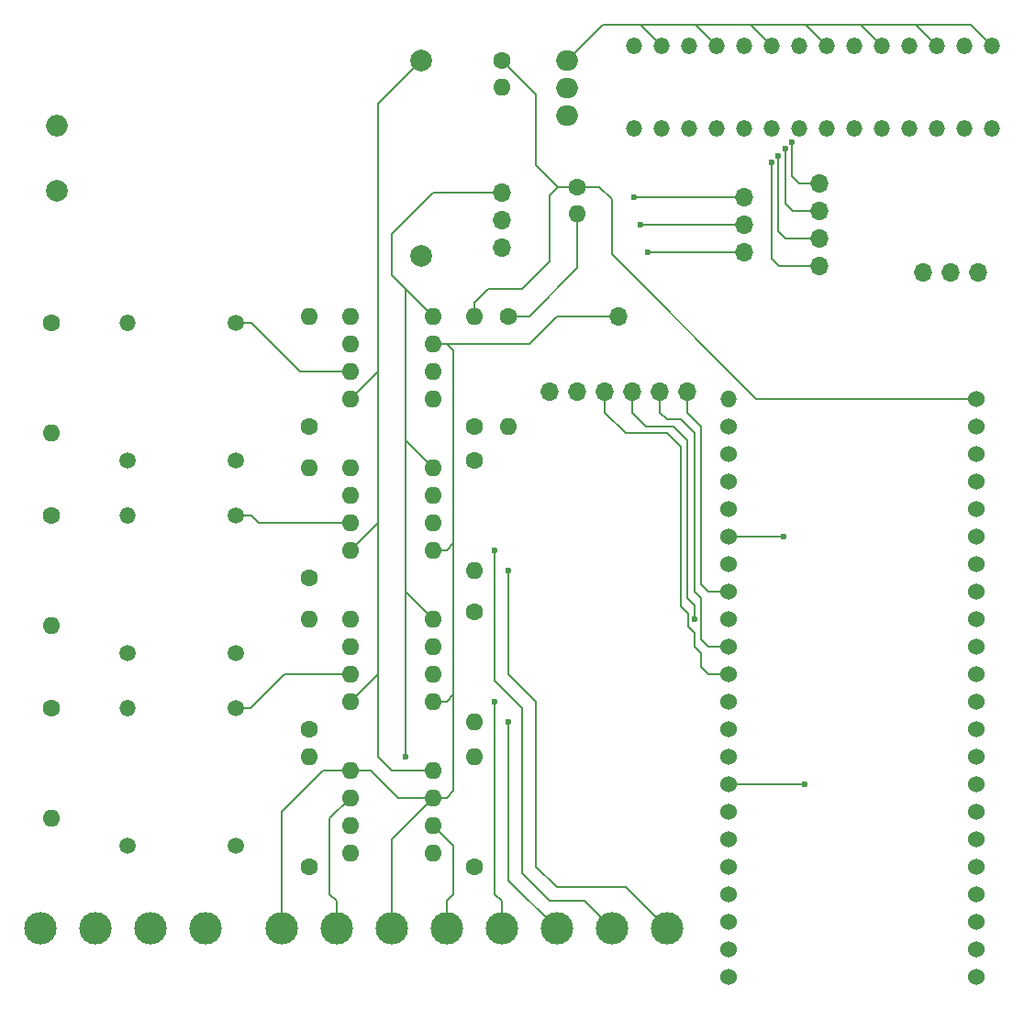
<source format=gbr>
%TF.GenerationSoftware,KiCad,Pcbnew,7.0.10*%
%TF.CreationDate,2024-06-01T01:33:41-03:00*%
%TF.ProjectId,board,626f6172-642e-46b6-9963-61645f706362,1.1*%
%TF.SameCoordinates,Original*%
%TF.FileFunction,Copper,L2,Bot*%
%TF.FilePolarity,Positive*%
%FSLAX46Y46*%
G04 Gerber Fmt 4.6, Leading zero omitted, Abs format (unit mm)*
G04 Created by KiCad (PCBNEW 7.0.10) date 2024-06-01 01:33:41*
%MOMM*%
%LPD*%
G01*
G04 APERTURE LIST*
%TA.AperFunction,ComponentPad*%
%ADD10O,1.600000X1.600000*%
%TD*%
%TA.AperFunction,ComponentPad*%
%ADD11O,1.500000X1.500000*%
%TD*%
%TA.AperFunction,ComponentPad*%
%ADD12C,1.600000*%
%TD*%
%TA.AperFunction,ComponentPad*%
%ADD13O,2.000000X2.000000*%
%TD*%
%TA.AperFunction,ComponentPad*%
%ADD14C,2.000000*%
%TD*%
%TA.AperFunction,ComponentPad*%
%ADD15O,1.530000X1.530000*%
%TD*%
%TA.AperFunction,ComponentPad*%
%ADD16C,1.530000*%
%TD*%
%TA.AperFunction,ComponentPad*%
%ADD17O,1.508000X1.508000*%
%TD*%
%TA.AperFunction,ComponentPad*%
%ADD18C,1.508000*%
%TD*%
%TA.AperFunction,ComponentPad*%
%ADD19O,3.000000X3.000000*%
%TD*%
%TA.AperFunction,ComponentPad*%
%ADD20C,3.000000*%
%TD*%
%TA.AperFunction,ComponentPad*%
%ADD21O,1.700000X1.700000*%
%TD*%
%TA.AperFunction,ComponentPad*%
%ADD22O,2.000000X1.905000*%
%TD*%
%TA.AperFunction,ViaPad*%
%ADD23C,0.600000*%
%TD*%
%TA.AperFunction,Conductor*%
%ADD24C,0.200000*%
%TD*%
G04 APERTURE END LIST*
D10*
%TO.P,AMP3,1*%
%TO.N,Wave C*%
X131953000Y-96748600D03*
%TO.P,AMP3,2,-*%
%TO.N,TP C-1*%
X131953000Y-99288600D03*
%TO.P,AMP3,3,+*%
%TO.N,TC A-1*%
X131953000Y-101828600D03*
%TO.P,AMP3,4,V-*%
%TO.N,GND*%
X131953000Y-104368600D03*
%TO.P,AMP3,5,+*%
%TO.N,TC A-1*%
X139573000Y-104368600D03*
%TO.P,AMP3,6,-*%
%TO.N,TC B-2*%
X139573000Y-101828600D03*
%TO.P,AMP3,7*%
%TO.N,Current B*%
X139573000Y-99288600D03*
%TO.P,AMP3,8,V+*%
%TO.N,Vin*%
X139573000Y-96748600D03*
%TD*%
D11*
%TO.P,DZ14,1,K*%
%TO.N,Current N*%
X191135000Y-51435000D03*
%TO.P,DZ14,2,A*%
%TO.N,GND*%
X191135000Y-43815000D03*
%TD*%
D12*
%TO.P,R9,1*%
%TO.N,Current A*%
X143373000Y-82133600D03*
D10*
%TO.P,R9,2*%
%TO.N,TC A-2*%
X143373000Y-92293600D03*
%TD*%
D11*
%TO.P,DZ2,1,K*%
%TO.N,Wave A*%
X160655000Y-51435000D03*
%TO.P,DZ2,2,A*%
%TO.N,GND*%
X160655000Y-43815000D03*
%TD*%
D12*
%TO.P,R7,1*%
%TO.N,TP B-1*%
X128133000Y-92928600D03*
D10*
%TO.P,R7,2*%
%TO.N,Wave B*%
X128133000Y-82768600D03*
%TD*%
D13*
%TO.P,PS1,1,AC/L*%
%TO.N,Line A*%
X104883000Y-51193600D03*
D14*
%TO.P,PS1,2,AC/N*%
%TO.N,Neutral*%
X104883000Y-57193600D03*
%TO.P,PS1,3,-Vout*%
%TO.N,GND*%
X138483000Y-45193600D03*
%TO.P,PS1,4,+Vout*%
%TO.N,Net-(PS1-+Vout)*%
X138483000Y-63193600D03*
%TD*%
D15*
%TO.P,MCU1,J1_1,3V3*%
%TO.N,Vcc*%
X166868000Y-76418600D03*
D16*
%TO.P,MCU1,J1_2,3V3__1*%
%TO.N,unconnected-(MCU1-3V3__1-PadJ1_2)*%
X166868000Y-78958600D03*
%TO.P,MCU1,J1_3,RST*%
%TO.N,unconnected-(MCU1-RST-PadJ1_3)*%
X166868000Y-81498600D03*
%TO.P,MCU1,J1_4,GPIO4*%
%TO.N,Wave A*%
X166868000Y-84038600D03*
%TO.P,MCU1,J1_5,GPIO5*%
%TO.N,Wave B*%
X166868000Y-86578600D03*
%TO.P,MCU1,J1_6,GPIO6*%
%TO.N,Current A*%
X166868000Y-89118600D03*
%TO.P,MCU1,J1_7,GPIO7*%
%TO.N,Wave C*%
X166868000Y-91658600D03*
%TO.P,MCU1,J1_8,GPIO15*%
%TO.N,CS*%
X166868000Y-94198600D03*
%TO.P,MCU1,J1_9,GPIO16*%
%TO.N,MOSI*%
X166868000Y-96738600D03*
%TO.P,MCU1,J1_10,GPIO17*%
%TO.N,SCK*%
X166868000Y-99278600D03*
%TO.P,MCU1,J1_11,GPIO18*%
%TO.N,MISO*%
X166868000Y-101818600D03*
%TO.P,MCU1,J1_12,GPIO8*%
%TO.N,Current B*%
X166868000Y-104358600D03*
%TO.P,MCU1,J1_13,GPIO3*%
%TO.N,unconnected-(MCU1-GPIO3-PadJ1_13)*%
X166868000Y-106898600D03*
%TO.P,MCU1,J1_14,GPIO46*%
%TO.N,unconnected-(MCU1-GPIO46-PadJ1_14)*%
X166868000Y-109438600D03*
%TO.P,MCU1,J1_15,GPIO9*%
%TO.N,Current N*%
X166868000Y-111978600D03*
%TO.P,MCU1,J1_16,GPIO10*%
%TO.N,Current C*%
X166868000Y-114518600D03*
%TO.P,MCU1,J1_17,GPIO11*%
%TO.N,unconnected-(MCU1-GPIO11-PadJ1_17)*%
X166868000Y-117058600D03*
%TO.P,MCU1,J1_18,GPIO12*%
%TO.N,unconnected-(MCU1-GPIO12-PadJ1_18)*%
X166868000Y-119598600D03*
%TO.P,MCU1,J1_19,GPIO13*%
%TO.N,unconnected-(MCU1-GPIO13-PadJ1_19)*%
X166868000Y-122138600D03*
%TO.P,MCU1,J1_20,GPIO14*%
%TO.N,unconnected-(MCU1-GPIO14-PadJ1_20)*%
X166868000Y-124678600D03*
%TO.P,MCU1,J1_21,5V0*%
%TO.N,unconnected-(MCU1-5V0-PadJ1_21)*%
X166868000Y-127218600D03*
%TO.P,MCU1,J1_22,GND*%
%TO.N,unconnected-(MCU1-GND-PadJ1_22)*%
X166868000Y-129758600D03*
%TO.P,MCU1,J3_1,GND__1*%
%TO.N,GND*%
X189728000Y-76418600D03*
%TO.P,MCU1,J3_2,U0TXD/GPIO43*%
%TO.N,UART TX*%
X189728000Y-78958600D03*
%TO.P,MCU1,J3_3,U0RXD/GPIO44*%
%TO.N,UART RX*%
X189728000Y-81498600D03*
%TO.P,MCU1,J3_4,GPIO1*%
%TO.N,unconnected-(MCU1-GPIO1-PadJ3_4)*%
X189728000Y-84038600D03*
%TO.P,MCU1,J3_5,GPIO2*%
%TO.N,unconnected-(MCU1-GPIO2-PadJ3_5)*%
X189728000Y-86578600D03*
%TO.P,MCU1,J3_6,MTMS/GPIO42*%
%TO.N,unconnected-(MCU1-MTMS{slash}GPIO42-PadJ3_6)*%
X189728000Y-89118600D03*
%TO.P,MCU1,J3_7,MTDI/GPIO41*%
%TO.N,unconnected-(MCU1-MTDI{slash}GPIO41-PadJ3_7)*%
X189728000Y-91658600D03*
%TO.P,MCU1,J3_8,MTDO/GPIO40*%
%TO.N,unconnected-(MCU1-MTDO{slash}GPIO40-PadJ3_8)*%
X189728000Y-94198600D03*
%TO.P,MCU1,J3_9,MTCK/GPIO39*%
%TO.N,unconnected-(MCU1-MTCK{slash}GPIO39-PadJ3_9)*%
X189728000Y-96738600D03*
%TO.P,MCU1,J3_10,GPIO38*%
%TO.N,unconnected-(MCU1-GPIO38-PadJ3_10)*%
X189728000Y-99278600D03*
%TO.P,MCU1,J3_11,GPIO37*%
%TO.N,unconnected-(MCU1-GPIO37-PadJ3_11)*%
X189728000Y-101818600D03*
%TO.P,MCU1,J3_12,GPIO36*%
%TO.N,unconnected-(MCU1-GPIO36-PadJ3_12)*%
X189728000Y-104358600D03*
%TO.P,MCU1,J3_13,GPIO35*%
%TO.N,unconnected-(MCU1-GPIO35-PadJ3_13)*%
X189728000Y-106898600D03*
%TO.P,MCU1,J3_14,GPIO0*%
%TO.N,unconnected-(MCU1-GPIO0-PadJ3_14)*%
X189728000Y-109438600D03*
%TO.P,MCU1,J3_15,GPIO45*%
%TO.N,unconnected-(MCU1-GPIO45-PadJ3_15)*%
X189728000Y-111978600D03*
%TO.P,MCU1,J3_16,GPIO48*%
%TO.N,unconnected-(MCU1-GPIO48-PadJ3_16)*%
X189728000Y-114518600D03*
%TO.P,MCU1,J3_17,GPIO47*%
%TO.N,unconnected-(MCU1-GPIO47-PadJ3_17)*%
X189728000Y-117058600D03*
%TO.P,MCU1,J3_18,GPIO21*%
%TO.N,unconnected-(MCU1-GPIO21-PadJ3_18)*%
X189728000Y-119598600D03*
%TO.P,MCU1,J3_19,USB_D+/GPIO20*%
%TO.N,unconnected-(MCU1-USB_D+{slash}GPIO20-PadJ3_19)*%
X189728000Y-122138600D03*
%TO.P,MCU1,J3_20,USB_D-/GPIO19*%
%TO.N,unconnected-(MCU1-USB_D-{slash}GPIO19-PadJ3_20)*%
X189728000Y-124678600D03*
%TO.P,MCU1,J3_21,GND__2*%
%TO.N,unconnected-(MCU1-GND__2-PadJ3_21)*%
X189728000Y-127218600D03*
%TO.P,MCU1,J3_22,GND__3*%
%TO.N,unconnected-(MCU1-GND__3-PadJ3_22)*%
X189728000Y-129758600D03*
%TD*%
D11*
%TO.P,DZ13,1,K*%
%TO.N,Vcc*%
X188595000Y-43815000D03*
%TO.P,DZ13,2,A*%
%TO.N,Current N*%
X188595000Y-51435000D03*
%TD*%
D10*
%TO.P,AMP4,1*%
%TO.N,Current C*%
X139553000Y-118318600D03*
%TO.P,AMP4,2,-*%
%TO.N,TC C-2*%
X139553000Y-115778600D03*
%TO.P,AMP4,3,+*%
%TO.N,TC A-1*%
X139553000Y-113238600D03*
%TO.P,AMP4,4,V-*%
%TO.N,GND*%
X139553000Y-110698600D03*
%TO.P,AMP4,5,+*%
%TO.N,TC A-1*%
X131933000Y-110698600D03*
%TO.P,AMP4,6,-*%
%TO.N,TC N-2*%
X131933000Y-113238600D03*
%TO.P,AMP4,7*%
%TO.N,Current N*%
X131933000Y-115778600D03*
%TO.P,AMP4,8,V+*%
%TO.N,Vin*%
X131933000Y-118318600D03*
%TD*%
D11*
%TO.P,DZ6,1,K*%
%TO.N,Wave C*%
X170815000Y-51440000D03*
%TO.P,DZ6,2,A*%
%TO.N,GND*%
X170815000Y-43820000D03*
%TD*%
%TO.P,DZ5,1,K*%
%TO.N,Vcc*%
X168275000Y-43810000D03*
%TO.P,DZ5,2,A*%
%TO.N,Wave C*%
X168275000Y-51430000D03*
%TD*%
D17*
%TO.P,TP1,1*%
%TO.N,Net-(R3-Pad1)*%
X111385500Y-69433600D03*
D18*
%TO.P,TP1,2*%
%TO.N,Neutral*%
X111385500Y-82133600D03*
%TO.P,TP1,3*%
%TO.N,TP A-1*%
X121385500Y-82133600D03*
%TO.P,TP1,4*%
%TO.N,TC A-1*%
X121385500Y-69433600D03*
%TD*%
D19*
%TO.P,J6,1,Pin_1*%
%TO.N,TC A-1*%
X125593000Y-125313600D03*
D20*
%TO.P,J6,2,Pin_2*%
%TO.N,TC N-2*%
X130673000Y-125313600D03*
%TD*%
D21*
%TO.P,P1,1,Pin_1*%
%TO.N,UART RX*%
X184800000Y-64770000D03*
%TO.P,P1,2,Pin_2*%
%TO.N,UART TX*%
X187340000Y-64770000D03*
%TO.P,P1,3,Pin_3*%
%TO.N,GND*%
X189880000Y-64770000D03*
%TD*%
D12*
%TO.P,R2,1*%
%TO.N,V1.65*%
X143373000Y-78958600D03*
D10*
%TO.P,R2,2*%
%TO.N,GND*%
X143373000Y-68798600D03*
%TD*%
D12*
%TO.P,R11,1*%
%TO.N,Current C*%
X143373000Y-119598600D03*
D10*
%TO.P,R11,2*%
%TO.N,TC C-2*%
X143373000Y-109438600D03*
%TD*%
D11*
%TO.P,DZ11,1,K*%
%TO.N,Vcc*%
X183515000Y-43815000D03*
%TO.P,DZ11,2,A*%
%TO.N,Current C*%
X183515000Y-51435000D03*
%TD*%
D21*
%TO.P,SW1,1,C*%
%TO.N,Vin*%
X145913000Y-57368600D03*
%TO.P,SW1,2,B*%
%TO.N,Net-(PS1-+Vout)*%
X145913000Y-59908600D03*
%TO.P,SW1,3,A*%
%TO.N,unconnected-(SW1-A-Pad3)*%
X145913000Y-62448600D03*
%TD*%
D12*
%TO.P,R6,1*%
%TO.N,TP A-1*%
X128133000Y-78958600D03*
D10*
%TO.P,R6,2*%
%TO.N,Wave A*%
X128133000Y-68798600D03*
%TD*%
D11*
%TO.P,DZ3,1,K*%
%TO.N,Vcc*%
X163195000Y-43805000D03*
%TO.P,DZ3,2,A*%
%TO.N,Wave B*%
X163195000Y-51425000D03*
%TD*%
D12*
%TO.P,R10,1*%
%TO.N,Current B*%
X143373000Y-96103600D03*
D10*
%TO.P,R10,2*%
%TO.N,TC B-2*%
X143373000Y-106263600D03*
%TD*%
D17*
%TO.P,TP2,1*%
%TO.N,Net-(R4-Pad1)*%
X111385500Y-87213600D03*
D18*
%TO.P,TP2,2*%
%TO.N,Neutral*%
X111385500Y-99913600D03*
%TO.P,TP2,3*%
%TO.N,TP B-1*%
X121385500Y-99913600D03*
%TO.P,TP2,4*%
%TO.N,TC A-1*%
X121385500Y-87213600D03*
%TD*%
D12*
%TO.P,R3,1*%
%TO.N,Net-(R3-Pad1)*%
X104400500Y-69433600D03*
D10*
%TO.P,R3,2*%
%TO.N,Line A*%
X104400500Y-79593600D03*
%TD*%
D12*
%TO.P,R12,1*%
%TO.N,Current N*%
X128133000Y-119598600D03*
D10*
%TO.P,R12,2*%
%TO.N,TC N-2*%
X128133000Y-109438600D03*
%TD*%
D11*
%TO.P,DZ12,1,K*%
%TO.N,Current C*%
X186055000Y-51440000D03*
%TO.P,DZ12,2,A*%
%TO.N,GND*%
X186055000Y-43820000D03*
%TD*%
D10*
%TO.P,C2,1*%
%TO.N,Vcc*%
X152898000Y-59368600D03*
D12*
%TO.P,C2,2*%
%TO.N,GND*%
X152898000Y-56868600D03*
%TD*%
D19*
%TO.P,J3,1,Pin_1*%
%TO.N,TC A-1*%
X156073000Y-125313600D03*
D20*
%TO.P,J3,2,Pin_2*%
%TO.N,TC A-2*%
X161153000Y-125313600D03*
%TD*%
D19*
%TO.P,J1,1,Pin_1*%
%TO.N,Line A*%
X103368000Y-125313600D03*
D20*
%TO.P,J1,2,Pin_2*%
%TO.N,Line B*%
X108448000Y-125313600D03*
%TD*%
D21*
%TO.P,P4,1,Pin_1*%
%TO.N,Wave A*%
X168275000Y-57785000D03*
%TO.P,P4,2,Pin_2*%
%TO.N,Wave B*%
X168275000Y-60325000D03*
%TO.P,P4,3,Pin_3*%
%TO.N,Wave C*%
X168275000Y-62865000D03*
%TD*%
D11*
%TO.P,DZ9,1,K*%
%TO.N,Vcc*%
X178435000Y-43810000D03*
%TO.P,DZ9,2,A*%
%TO.N,Current B*%
X178435000Y-51430000D03*
%TD*%
%TO.P,DZ7,1,K*%
%TO.N,Vcc*%
X173355000Y-43810000D03*
%TO.P,DZ7,2,A*%
%TO.N,Current A*%
X173355000Y-51430000D03*
%TD*%
D19*
%TO.P,J5,1,Pin_1*%
%TO.N,TC A-1*%
X135753000Y-125313600D03*
D20*
%TO.P,J5,2,Pin_2*%
%TO.N,TC C-2*%
X140833000Y-125313600D03*
%TD*%
D21*
%TO.P,P5,1,Pin_1*%
%TO.N,GND*%
X150358000Y-75783600D03*
%TO.P,P5,2,Pin_2*%
%TO.N,Vcc*%
X152898000Y-75783600D03*
%TO.P,P5,3,Pin_3*%
%TO.N,MISO*%
X155438000Y-75783600D03*
%TO.P,P5,4,Pin_4*%
%TO.N,MOSI*%
X157978000Y-75783600D03*
%TO.P,P5,5,Pin_5*%
%TO.N,SCK*%
X160518000Y-75783600D03*
%TO.P,P5,6,Pin_6*%
%TO.N,CS*%
X163058000Y-75783600D03*
%TD*%
D11*
%TO.P,DZ4,1,K*%
%TO.N,Wave B*%
X165735000Y-51435000D03*
%TO.P,DZ4,2,A*%
%TO.N,GND*%
X165735000Y-43815000D03*
%TD*%
D21*
%TO.P,P3,1,Pin_1*%
%TO.N,Current A*%
X175260000Y-56525000D03*
%TO.P,P3,2,Pin_2*%
%TO.N,Current B*%
X175260000Y-59065000D03*
%TO.P,P3,3,Pin_3*%
%TO.N,Current C*%
X175260000Y-61605000D03*
%TO.P,P3,4,Pin_4*%
%TO.N,Current N*%
X175260000Y-64145000D03*
%TD*%
D17*
%TO.P,TP3,1*%
%TO.N,Net-(R5-Pad1)*%
X111385500Y-104993600D03*
D18*
%TO.P,TP3,2*%
%TO.N,Neutral*%
X111385500Y-117693600D03*
%TO.P,TP3,3*%
%TO.N,TP C-1*%
X121385500Y-117693600D03*
%TO.P,TP3,4*%
%TO.N,TC A-1*%
X121385500Y-104993600D03*
%TD*%
D11*
%TO.P,DZ1,1,K*%
%TO.N,Vcc*%
X158115000Y-43810000D03*
%TO.P,DZ1,2,A*%
%TO.N,Wave A*%
X158115000Y-51430000D03*
%TD*%
D10*
%TO.P,C1,1*%
%TO.N,Vin*%
X145913000Y-47693600D03*
D12*
%TO.P,C1,2*%
%TO.N,GND*%
X145913000Y-45193600D03*
%TD*%
%TO.P,R8,1*%
%TO.N,TP C-1*%
X128133000Y-106908600D03*
D10*
%TO.P,R8,2*%
%TO.N,Wave C*%
X128133000Y-96748600D03*
%TD*%
D19*
%TO.P,J2,1,Pin_1*%
%TO.N,Line C*%
X113528000Y-125313600D03*
D20*
%TO.P,J2,2,Pin_2*%
%TO.N,Neutral*%
X118608000Y-125313600D03*
%TD*%
D21*
%TO.P,P2,1,Pin_1*%
%TO.N,TC A-1*%
X156708000Y-68798600D03*
%TD*%
D22*
%TO.P,PS2,1,GND*%
%TO.N,GND*%
X151953000Y-45193600D03*
%TO.P,PS2,2,VO*%
%TO.N,Vcc*%
X151953000Y-47733600D03*
%TO.P,PS2,3,VI*%
%TO.N,Vin*%
X151953000Y-50273600D03*
%TD*%
D11*
%TO.P,DZ8,1,K*%
%TO.N,Current A*%
X175895000Y-51440000D03*
%TO.P,DZ8,2,A*%
%TO.N,GND*%
X175895000Y-43820000D03*
%TD*%
%TO.P,DZ10,1,K*%
%TO.N,Current B*%
X180975000Y-51440000D03*
%TO.P,DZ10,2,A*%
%TO.N,GND*%
X180975000Y-43820000D03*
%TD*%
D12*
%TO.P,R4,1*%
%TO.N,Net-(R4-Pad1)*%
X104400500Y-87213600D03*
D10*
%TO.P,R4,2*%
%TO.N,Line B*%
X104400500Y-97373600D03*
%TD*%
D12*
%TO.P,R5,1*%
%TO.N,Net-(R5-Pad1)*%
X104400500Y-104993600D03*
D10*
%TO.P,R5,2*%
%TO.N,Line C*%
X104400500Y-115153600D03*
%TD*%
D12*
%TO.P,R1,1*%
%TO.N,Vcc*%
X146548000Y-68798600D03*
D10*
%TO.P,R1,2*%
%TO.N,V1.65*%
X146548000Y-78958600D03*
%TD*%
D19*
%TO.P,J4,1,Pin_1*%
%TO.N,TC A-1*%
X145913000Y-125313600D03*
D20*
%TO.P,J4,2,Pin_2*%
%TO.N,TC B-2*%
X150993000Y-125313600D03*
%TD*%
D10*
%TO.P,AMP2,1*%
%TO.N,Wave B*%
X131953000Y-82778600D03*
%TO.P,AMP2,2,-*%
%TO.N,TP B-1*%
X131953000Y-85318600D03*
%TO.P,AMP2,3,+*%
%TO.N,TC A-1*%
X131953000Y-87858600D03*
%TO.P,AMP2,4,V-*%
%TO.N,GND*%
X131953000Y-90398600D03*
%TO.P,AMP2,5,+*%
%TO.N,TC A-1*%
X139573000Y-90398600D03*
%TO.P,AMP2,6,-*%
%TO.N,TC A-2*%
X139573000Y-87858600D03*
%TO.P,AMP2,7*%
%TO.N,Current A*%
X139573000Y-85318600D03*
%TO.P,AMP2,8,V+*%
%TO.N,Vin*%
X139573000Y-82778600D03*
%TD*%
%TO.P,AMP1,1*%
%TO.N,Wave A*%
X131943000Y-68798600D03*
%TO.P,AMP1,2,-*%
%TO.N,TP A-1*%
X131943000Y-71338600D03*
%TO.P,AMP1,3,+*%
%TO.N,TC A-1*%
X131943000Y-73878600D03*
%TO.P,AMP1,4,V-*%
%TO.N,GND*%
X131943000Y-76418600D03*
%TO.P,AMP1,5,+*%
%TO.N,V1.65*%
X139563000Y-76418600D03*
%TO.P,AMP1,6,-*%
%TO.N,TC A-1*%
X139563000Y-73878600D03*
%TO.P,AMP1,7*%
X139563000Y-71338600D03*
%TO.P,AMP1,8,V+*%
%TO.N,Vin*%
X139563000Y-68798600D03*
%TD*%
D23*
%TO.N,Current A*%
X172720000Y-52705000D03*
X171948000Y-89118600D03*
%TO.N,Current B*%
X172085000Y-53340000D03*
%TO.N,Current C*%
X171450000Y-53975000D03*
%TO.N,Current N*%
X170815000Y-54610000D03*
X173853000Y-111978600D03*
%TO.N,TC A-2*%
X146548000Y-92293600D03*
%TO.N,TC A-1*%
X145278000Y-104368600D03*
X145278000Y-90388600D03*
%TO.N,TC B-2*%
X146548000Y-106263600D03*
%TO.N,Wave A*%
X158115000Y-57785000D03*
%TO.N,Wave B*%
X158750000Y-60325000D03*
%TO.N,Wave C*%
X159385000Y-62865000D03*
%TO.N,MOSI*%
X163693000Y-96738600D03*
%TO.N,Vin*%
X137023000Y-109438600D03*
%TD*%
D24*
%TO.N,Vcc*%
X152898000Y-64353600D02*
X148453000Y-68798600D01*
X148453000Y-68798600D02*
X146548000Y-68798600D01*
X152898000Y-59368600D02*
X152898000Y-64353600D01*
%TO.N,GND*%
X134483000Y-87868600D02*
X134483000Y-87848600D01*
X173990000Y-41915000D02*
X173990000Y-41910000D01*
X134483000Y-87848600D02*
X134483000Y-73878600D01*
X134483000Y-73878600D02*
X134483000Y-49193600D01*
X131953000Y-104368600D02*
X134483000Y-101838600D01*
X158750000Y-41910000D02*
X163830000Y-41910000D01*
X184150000Y-41910000D02*
X189230000Y-41910000D01*
X168910000Y-41915000D02*
X168910000Y-41910000D01*
X150358000Y-57638600D02*
X151128000Y-56868600D01*
X160655000Y-43815000D02*
X158750000Y-41910000D01*
X149088000Y-48368600D02*
X145913000Y-45193600D01*
X169408000Y-76418600D02*
X189728000Y-76418600D01*
X134483000Y-109438600D02*
X135743000Y-110698600D01*
X180975000Y-43820000D02*
X179070000Y-41915000D01*
X156073000Y-63083600D02*
X169408000Y-76418600D01*
X184150000Y-41915000D02*
X184150000Y-41910000D01*
X170815000Y-43820000D02*
X168910000Y-41915000D01*
X168910000Y-41910000D02*
X173990000Y-41910000D01*
X165735000Y-43815000D02*
X163830000Y-41910000D01*
X132180500Y-76418600D02*
X131943000Y-76418600D01*
X149088000Y-54828600D02*
X149088000Y-48368600D01*
X179070000Y-41915000D02*
X179070000Y-41910000D01*
X147818000Y-66258600D02*
X150358000Y-63718600D01*
X131943000Y-76418600D02*
X134483000Y-73878600D01*
X143373000Y-67528600D02*
X144643000Y-66258600D01*
X143373000Y-68798600D02*
X143373000Y-67528600D01*
X134483000Y-49193600D02*
X138483000Y-45193600D01*
X144643000Y-66258600D02*
X147818000Y-66258600D01*
X131953000Y-90398600D02*
X134483000Y-87868600D01*
X152898000Y-56868600D02*
X151128000Y-56868600D01*
X189230000Y-41910000D02*
X191135000Y-43815000D01*
X163830000Y-41910000D02*
X168910000Y-41910000D01*
X186055000Y-43820000D02*
X184150000Y-41915000D01*
X151953000Y-45193600D02*
X155236600Y-41910000D01*
X152898000Y-56868600D02*
X154938000Y-56868600D01*
X134483000Y-101838600D02*
X134483000Y-87848600D01*
X175895000Y-43820000D02*
X173990000Y-41915000D01*
X155236600Y-41910000D02*
X158750000Y-41910000D01*
X179070000Y-41910000D02*
X184150000Y-41910000D01*
X134483000Y-101838600D02*
X134483000Y-109438600D01*
X173990000Y-41910000D02*
X179070000Y-41910000D01*
X151128000Y-56868600D02*
X149088000Y-54828600D01*
X150358000Y-63718600D02*
X150358000Y-57638600D01*
X135743000Y-110698600D02*
X139553000Y-110698600D01*
X154938000Y-56868600D02*
X156073000Y-58003600D01*
X156073000Y-58003600D02*
X156073000Y-63083600D01*
%TO.N,Current A*%
X173365000Y-56525000D02*
X175260000Y-56525000D01*
X166868000Y-89118600D02*
X171948000Y-89118600D01*
X172720000Y-52705000D02*
X172720000Y-55880000D01*
X172720000Y-55880000D02*
X173365000Y-56525000D01*
%TO.N,Current B*%
X172085000Y-58420000D02*
X172730000Y-59065000D01*
X172730000Y-59065000D02*
X175260000Y-59065000D01*
X172085000Y-53340000D02*
X172085000Y-58420000D01*
%TO.N,Current C*%
X171450000Y-53975000D02*
X171450000Y-60960000D01*
X172095000Y-61605000D02*
X175260000Y-61605000D01*
X171450000Y-60960000D02*
X172095000Y-61605000D01*
%TO.N,Current N*%
X170815000Y-54610000D02*
X170815000Y-63500000D01*
X170815000Y-63500000D02*
X171460000Y-64145000D01*
X171460000Y-64145000D02*
X175260000Y-64145000D01*
X166868000Y-111978600D02*
X173853000Y-111978600D01*
%TO.N,TC A-2*%
X161153000Y-125313600D02*
X157343000Y-121503600D01*
X146548000Y-101818600D02*
X146548000Y-92293600D01*
X157343000Y-121503600D02*
X150993000Y-121503600D01*
X150993000Y-121503600D02*
X149088000Y-119598600D01*
X149088000Y-104358600D02*
X146548000Y-101818600D01*
X149088000Y-119598600D02*
X149088000Y-104358600D01*
%TO.N,TC A-1*%
X156708000Y-68798600D02*
X150993000Y-68798600D01*
X123499250Y-87858600D02*
X131953000Y-87858600D01*
X141468000Y-103723600D02*
X140823000Y-104368600D01*
X139553000Y-113238600D02*
X136378000Y-113238600D01*
X122854250Y-87213600D02*
X123499250Y-87858600D01*
X136378000Y-113238600D02*
X133838000Y-110698600D01*
X127299250Y-73878600D02*
X122854250Y-69433600D01*
X148453000Y-71338600D02*
X140833000Y-71338600D01*
X121385500Y-104993600D02*
X122735500Y-104993600D01*
X145278000Y-102453600D02*
X145278000Y-90388600D01*
X145913000Y-122773600D02*
X145278000Y-122138600D01*
X141468000Y-112613600D02*
X141468000Y-103723600D01*
X145913000Y-122773600D02*
X145913000Y-125313600D01*
X140843000Y-113238600D02*
X141468000Y-112613600D01*
X125900500Y-101828600D02*
X131953000Y-101828600D01*
X141468000Y-89763600D02*
X141468000Y-103723600D01*
X141468000Y-89763600D02*
X140833000Y-90398600D01*
X139563000Y-71338600D02*
X140833000Y-71338600D01*
X140833000Y-71338600D02*
X141468000Y-71973600D01*
X122854250Y-69433600D02*
X121385500Y-69433600D01*
X150358000Y-122773600D02*
X147818000Y-120233600D01*
X135753000Y-125313600D02*
X135753000Y-117038600D01*
X139553000Y-113238600D02*
X140843000Y-113238600D01*
X131933000Y-110698600D02*
X129413000Y-110698600D01*
X150993000Y-68798600D02*
X148453000Y-71338600D01*
X145278000Y-122138600D02*
X145278000Y-104368600D01*
X133838000Y-110698600D02*
X131933000Y-110698600D01*
X135753000Y-117038600D02*
X139553000Y-113238600D01*
X121385500Y-87213600D02*
X122854250Y-87213600D01*
X140823000Y-104368600D02*
X139573000Y-104368600D01*
X132578000Y-73878600D02*
X127299250Y-73878600D01*
X141468000Y-71973600D02*
X141468000Y-89763600D01*
X156073000Y-125313600D02*
X153533000Y-122773600D01*
X153533000Y-122773600D02*
X150358000Y-122773600D01*
X125593000Y-114518600D02*
X125593000Y-125313600D01*
X122735500Y-104993600D02*
X125900500Y-101828600D01*
X140833000Y-90398600D02*
X139573000Y-90398600D01*
X147818000Y-104993600D02*
X145278000Y-102453600D01*
X129413000Y-110698600D02*
X125593000Y-114518600D01*
X147818000Y-120233600D02*
X147818000Y-104993600D01*
%TO.N,TC B-2*%
X146548000Y-120868600D02*
X150993000Y-125313600D01*
X146548000Y-106263600D02*
X146548000Y-120868600D01*
%TO.N,Wave A*%
X158115000Y-57785000D02*
X168275000Y-57785000D01*
%TO.N,Wave B*%
X158765000Y-60310000D02*
X168275000Y-60310000D01*
X158750000Y-60325000D02*
X158765000Y-60310000D01*
%TO.N,Wave C*%
X168275000Y-62865000D02*
X159385000Y-62865000D01*
%TO.N,CS*%
X164328000Y-93563600D02*
X164328000Y-78958600D01*
X166868000Y-94198600D02*
X164963000Y-94198600D01*
X163058000Y-77688600D02*
X163058000Y-75783600D01*
X164963000Y-94198600D02*
X164328000Y-93563600D01*
X164328000Y-78958600D02*
X163058000Y-77688600D01*
%TO.N,MOSI*%
X157978000Y-77688600D02*
X157978000Y-75783600D01*
X163693000Y-95468600D02*
X163058000Y-94833600D01*
X159248000Y-78958600D02*
X157978000Y-77688600D01*
X163058000Y-80228600D02*
X161788000Y-78958600D01*
X161788000Y-78958600D02*
X159248000Y-78958600D01*
X163693000Y-96738600D02*
X163693000Y-95468600D01*
X163058000Y-94833600D02*
X163058000Y-80228600D01*
%TO.N,SCK*%
X164328000Y-94833600D02*
X163693000Y-94198600D01*
X163693000Y-79593600D02*
X162423000Y-78323600D01*
X162423000Y-78323600D02*
X161153000Y-78323600D01*
X161153000Y-78323600D02*
X160518000Y-77688600D01*
X166868000Y-99278600D02*
X164963000Y-99278600D01*
X164328000Y-98643600D02*
X164328000Y-94833600D01*
X160518000Y-77688600D02*
X160518000Y-75783600D01*
X163693000Y-94198600D02*
X163693000Y-79593600D01*
X164963000Y-99278600D02*
X164328000Y-98643600D01*
%TO.N,MISO*%
X161153000Y-79593600D02*
X157343000Y-79593600D01*
X163693000Y-99278600D02*
X163693000Y-98008600D01*
X163693000Y-98008600D02*
X163093000Y-97408600D01*
X157343000Y-79593600D02*
X155438000Y-77688600D01*
X164328000Y-99913600D02*
X163693000Y-99278600D01*
X164963000Y-101818600D02*
X164328000Y-101183600D01*
X164328000Y-101183600D02*
X164328000Y-99913600D01*
X163093000Y-97408600D02*
X163093000Y-96245365D01*
X163093000Y-96245365D02*
X162423000Y-95575365D01*
X166868000Y-101818600D02*
X164963000Y-101818600D01*
X162423000Y-95575365D02*
X162423000Y-80863600D01*
X155438000Y-77688600D02*
X155438000Y-75783600D01*
X162423000Y-80863600D02*
X161153000Y-79593600D01*
%TO.N,TC N-2*%
X130673000Y-125313600D02*
X130673000Y-122773600D01*
X130673000Y-122773600D02*
X130038000Y-122138600D01*
X130038000Y-122138600D02*
X130038000Y-115133600D01*
X130038000Y-115133600D02*
X131933000Y-113238600D01*
%TO.N,Vin*%
X139573000Y-96748600D02*
X137023000Y-94198600D01*
X139573000Y-82778600D02*
X137023000Y-80228600D01*
X137023000Y-80228600D02*
X137023000Y-66258600D01*
X137023000Y-94198600D02*
X137023000Y-109438600D01*
X140198000Y-69186100D02*
X139950500Y-69186100D01*
X137023000Y-66258600D02*
X139563000Y-68798600D01*
X139563000Y-57368600D02*
X145913000Y-57368600D01*
X135753000Y-61178600D02*
X139563000Y-57368600D01*
X135753000Y-64988600D02*
X135753000Y-61178600D01*
X137023000Y-66258600D02*
X135753000Y-64988600D01*
X137023000Y-94198600D02*
X137023000Y-80228600D01*
%TO.N,TC C-2*%
X140833000Y-125313600D02*
X140833000Y-122773600D01*
X141468000Y-122138600D02*
X141468000Y-117693600D01*
X140833000Y-122773600D02*
X141468000Y-122138600D01*
X141468000Y-117693600D02*
X139553000Y-115778600D01*
%TD*%
M02*

</source>
